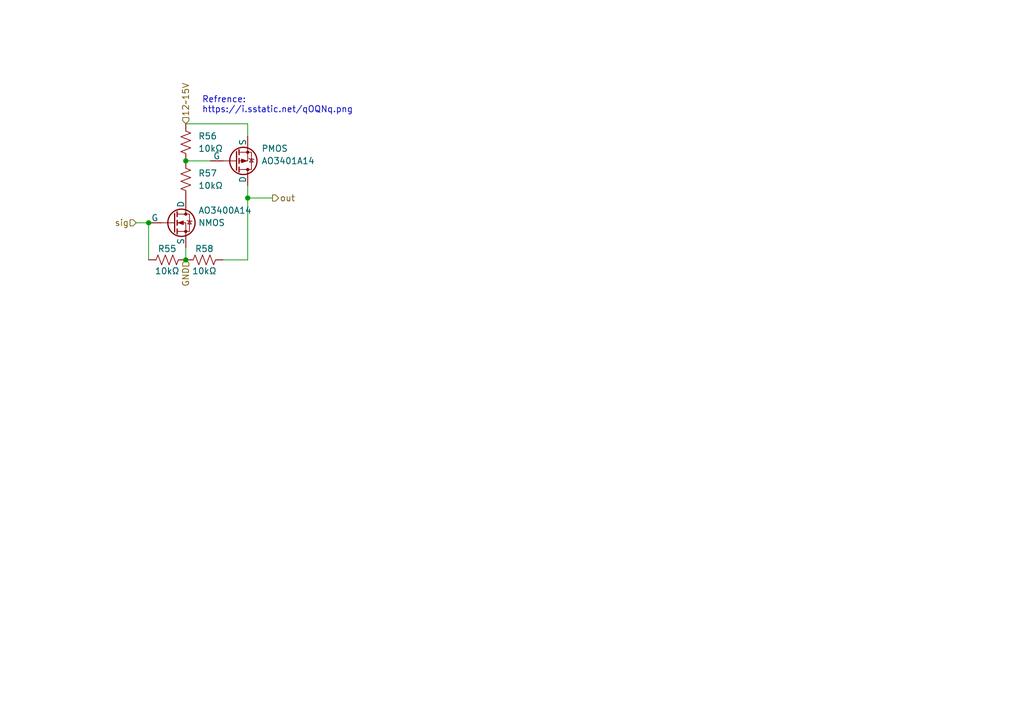
<source format=kicad_sch>
(kicad_sch (version 20250114) (generator "eeschema") (generator_version "9.0")
  (paper "A5")
  (lib_symbols
    (symbol "Device:R_US" (pin_numbers (hide yes)) (pin_names (offset 0))
      (property "Reference" "R" (at 2.54 0 90))
      (property "Value" "R_US" (at -2.54 0 90))
      (symbol "R_US_0_1"
        (polyline (pts (xy 0 2.286) (xy 0 2.54)))
        (polyline (pts (xy 0 2.286) (xy 1.016 1.905) (xy 0 1.524) (xy -1.016 1.143) (xy 0 0.762)))
        (polyline (pts (xy 0 0.762) (xy 1.016 0.381) (xy 0 0) (xy -1.016 -0.381) (xy 0 -0.762)))
        (polyline (pts (xy 0 -0.762) (xy 1.016 -1.143) (xy 0 -1.524) (xy -1.016 -1.905) (xy 0 -2.286)))
        (polyline (pts (xy 0 -2.286) (xy 0 -2.54)))
      )
      (symbol "R_US_1_1"
        (pin passive line (at 0 3.81 270) (length 1.27) (name "~") (number "1"))
        (pin passive line (at 0 -3.81 90) (length 1.27) (name "~") (number "2"))
      )
    )
    (symbol "Simulation_SPICE:NMOS" (pin_numbers (hide yes)) (pin_names (offset 0))
      (property "Reference" "Q" (at 5.08 1.27 0))
      (property "Value" "NMOS" (at 5.08 -1.27 0))
      (symbol "NMOS_0_1"
        (polyline (pts (xy 0.254 1.905) (xy 0.254 -1.905)) (stroke (width 0.254)))
        (polyline (pts (xy 0.254 0) (xy -2.54 0)))
        (polyline (pts (xy 0.762 2.286) (xy 0.762 1.27)) (stroke (width 0.254)))
        (polyline (pts (xy 0.762 0.508) (xy 0.762 -0.508)) (stroke (width 0.254)))
        (polyline (pts (xy 0.762 -1.27) (xy 0.762 -2.286)) (stroke (width 0.254)))
        (polyline (pts (xy 0.762 -1.778) (xy 3.302 -1.778) (xy 3.302 1.778) (xy 0.762 1.778)))
        (polyline (pts (xy 1.016 0) (xy 2.032 0.381) (xy 2.032 -0.381) (xy 1.016 0)) (fill (type outline)))
        (circle (center 1.651 0) (radius 2.794) (stroke (width 0.254)))
        (polyline (pts (xy 2.54 2.54) (xy 2.54 1.778)))
        (circle (center 2.54 1.778) (radius 0.254) (fill (type outline)))
        (circle (center 2.54 -1.778) (radius 0.254) (fill (type outline)))
        (polyline (pts (xy 2.54 -2.54) (xy 2.54 0) (xy 0.762 0)))
        (polyline (pts (xy 2.794 0.508) (xy 2.921 0.381) (xy 3.683 0.381) (xy 3.81 0.254)))
        (polyline (pts (xy 3.302 0.381) (xy 2.921 -0.254) (xy 3.683 -0.254) (xy 3.302 0.381)))
      )
      (symbol "NMOS_1_1"
        (pin input line (at -5.08 0 0) (length 2.54) (name "G") (number "2"))
        (pin passive line (at 2.54 5.08 270) (length 2.54) (name "D") (number "1"))
        (pin passive line (at 2.54 -5.08 90) (length 2.54) (name "S") (number "3"))
      )
    )
    (symbol "Simulation_SPICE:PMOS" (pin_numbers (hide yes)) (pin_names (offset 0))
      (property "Reference" "Q" (at 5.08 1.27 0))
      (property "Value" "PMOS" (at 5.08 -1.27 0))
      (symbol "PMOS_0_1"
        (polyline (pts (xy 0.254 1.905) (xy 0.254 -1.905)) (stroke (width 0.254)))
        (polyline (pts (xy 0.254 0) (xy -2.54 0)))
        (polyline (pts (xy 0.762 2.286) (xy 0.762 1.27)) (stroke (width 0.254)))
        (polyline (pts (xy 0.762 1.778) (xy 3.302 1.778) (xy 3.302 -1.778) (xy 0.762 -1.778)))
        (polyline (pts (xy 0.762 0.508) (xy 0.762 -0.508)) (stroke (width 0.254)))
        (polyline (pts (xy 0.762 -1.27) (xy 0.762 -2.286)) (stroke (width 0.254)))
        (circle (center 1.651 0) (radius 2.794) (stroke (width 0.254)))
        (polyline (pts (xy 2.286 0) (xy 1.27 0.381) (xy 1.27 -0.381) (xy 2.286 0)) (fill (type outline)))
        (polyline (pts (xy 2.54 2.54) (xy 2.54 1.778)))
        (circle (center 2.54 1.778) (radius 0.254) (fill (type outline)))
        (circle (center 2.54 -1.778) (radius 0.254) (fill (type outline)))
        (polyline (pts (xy 2.54 -2.54) (xy 2.54 0) (xy 0.762 0)))
        (polyline (pts (xy 2.794 -0.508) (xy 2.921 -0.381) (xy 3.683 -0.381) (xy 3.81 -0.254)))
        (polyline (pts (xy 3.302 -0.381) (xy 2.921 0.254) (xy 3.683 0.254) (xy 3.302 -0.381)))
      )
      (symbol "PMOS_1_1"
        (pin input line (at -5.08 0 0) (length 2.54) (name "G") (number "2"))
        (pin passive line (at 2.54 5.08 270) (length 2.54) (name "D") (number "1"))
        (pin passive line (at 2.54 -5.08 90) (length 2.54) (name "S") (number "3"))
      )
    )
  )
  (text "Refrence:\nhttps://i.sstatic.net/qOQNq.png" (at 41.402 21.59 0) (effects (font (size 1.27 1.27)) (justify left)))
  (junction (at 38.1 53.34))
  (junction (at 38.1 33.02))
  (junction (at 50.8 40.64))
  (junction (at 30.48 45.72))
  (wire (pts (xy 50.8 25.4) (xy 38.1 25.4)))
  (wire (pts (xy 38.1 53.34) (xy 38.1 50.8)))
  (wire (pts (xy 50.8 27.94) (xy 50.8 25.4)))
  (wire (pts (xy 43.18 33.02) (xy 38.1 33.02)))
  (wire (pts (xy 50.8 40.64) (xy 55.88 40.64)))
  (wire (pts (xy 50.8 38.1) (xy 50.8 40.64)))
  (wire (pts (xy 27.94 45.72) (xy 30.48 45.72)))
  (wire (pts (xy 50.8 53.34) (xy 50.8 40.64)))
  (wire (pts (xy 45.72 53.34) (xy 50.8 53.34)))
  (wire (pts (xy 30.48 45.72) (xy 30.48 53.34)))
  (hierarchical_label "out" (shape output) (at 55.88 40.64 0))
  (hierarchical_label "GND" (shape input) (at 38.1 53.34 270))
  (hierarchical_label "12~15V" (shape input) (at 38.1 25.4 90))
  (hierarchical_label "sig" (shape input) (at 27.94 45.72 180))
  (symbol (lib_id "Simulation_SPICE:PMOS") (at 48.26 33.02 0) (mirror x) (unit 1)
    (property "Reference" "AO3401A1" (at 53.594 33.02 0) (effects (justify left)))
    (property "Value" "PMOS" (at 53.594 30.48 0) (effects (justify left)))
    (property "Datasheet" "https://ngspice.sourceforge.io/docs/ngspice-html-manual/manual.xhtml#cha_MOSFETs" (effects (hide yes)))
    (property "Description" "P-MOSFET transistor, drain/source/gate" (effects (hide yes)))
    (property "Sim.Device" "PMOS" (effects (hide yes)))
    (property "Sim.Type" "VDMOS" (effects (hide yes)))
    (property "Sim.Pins" "1=D 2=G 3=S" (effects (hide yes)))
    (property "JLCPCB Part #" "C15127 " (effects (hide yes)))
    (instances (project "DigitalWiFiClock" (path "" (reference "AO3401A14") (unit 1)) (path "" (reference "AO3401A9") (unit 1)) (path "" (reference "AO3401A13") (unit 1)) (path "" (reference "AO3401A15") (unit 1)) (path "" (reference "AO3401A11") (unit 1)) (path "" (reference "AO3401A16") (unit 1)) (path "" (reference "AO3401A12") (unit 1)) (path "" (reference "AO3401A10") (unit 1)) (path "" (reference "AO3401A7") (unit 1)) (path "" (reference "AO3401A1") (unit 1)) (path "" (reference "AO3401A4") (unit 1)) (path "" (reference "AO3401A5") (unit 1)) (path "" (reference "AO3401A2") (unit 1)) (path "" (reference "AO3401A8") (unit 1)) (path "" (reference "AO3401A6") (unit 1)) (path "" (reference "AO3401A3") (unit 1))))
  )
  (symbol (lib_id "Simulation_SPICE:NMOS") (at 35.56 45.72 0) (unit 1)
    (property "Reference" "AO3400A1" (at 40.64 43.18 0) (effects (justify left)))
    (property "Value" "NMOS" (at 40.64 45.72 0) (effects (justify left)))
    (property "Datasheet" "https://ngspice.sourceforge.io/docs/ngspice-html-manual/manual.xhtml#cha_MOSFETs" (effects (hide yes)))
    (property "Description" "N-MOSFET transistor, drain/source/gate" (effects (hide yes)))
    (property "Sim.Device" "NMOS" (effects (hide yes)))
    (property "Sim.Type" "VDMOS" (effects (hide yes)))
    (property "Sim.Pins" "1=D 2=G 3=S" (effects (hide yes)))
    (property "JLCPCB Part #" "C20917" (effects (hide yes)))
    (instances (project "DigitalWiFiClock" (path "" (reference "AO3400A14") (unit 1)) (path "" (reference "AO3400A9") (unit 1)) (path "" (reference "AO3400A13") (unit 1)) (path "" (reference "AO3400A15") (unit 1)) (path "" (reference "AO3400A11") (unit 1)) (path "" (reference "AO3400A16") (unit 1)) (path "" (reference "AO3400A12") (unit 1)) (path "" (reference "AO3400A10") (unit 1)) (path "" (reference "AO3400A7") (unit 1)) (path "" (reference "AO3400A1") (unit 1)) (path "" (reference "AO3400A4") (unit 1)) (path "" (reference "AO3400A5") (unit 1)) (path "" (reference "AO3400A2") (unit 1)) (path "" (reference "AO3400A8") (unit 1)) (path "" (reference "AO3400A6") (unit 1)) (path "" (reference "AO3400A3") (unit 1))))
  )
  (symbol (lib_id "Device:R_US") (at 38.1 29.21 0) (unit 1)
    (property "Reference" "R6" (at 40.64 27.9399 0) (effects (justify left)))
    (property "Value" "10kΩ" (at 40.64 30.4799 0) (effects (justify left)))
    (property "Description" "Resistor, US symbol" (effects (hide yes)))
    (property "JLCPCB Part #" "C25744" (effects (hide yes)))
    (instances (project "DigitalWiFiClock" (path "" (reference "R56") (unit 1)) (path "" (reference "R36") (unit 1)) (path "" (reference "R52") (unit 1)) (path "" (reference "R60") (unit 1)) (path "" (reference "R44") (unit 1)) (path "" (reference "R64") (unit 1)) (path "" (reference "R48") (unit 1)) (path "" (reference "R40") (unit 1)) (path "" (reference "R28") (unit 1)) (path "" (reference "R6") (unit 1)) (path "" (reference "R16") (unit 1)) (path "" (reference "R20") (unit 1)) (path "" (reference "R4") (unit 1)) (path "" (reference "R32") (unit 1)) (path "" (reference "R24") (unit 1)) (path "" (reference "R12") (unit 1))))
  )
  (symbol (lib_id "Device:R_US") (at 38.1 36.83 0) (unit 1)
    (property "Reference" "R7" (at 40.64 35.5599 0) (effects (justify left)))
    (property "Value" "10kΩ" (at 40.64 38.0999 0) (effects (justify left)))
    (property "Description" "Resistor, US symbol" (effects (hide yes)))
    (property "JLCPCB Part #" "C25744" (effects (hide yes)))
    (instances (project "DigitalWiFiClock" (path "" (reference "R57") (unit 1)) (path "" (reference "R37") (unit 1)) (path "" (reference "R53") (unit 1)) (path "" (reference "R61") (unit 1)) (path "" (reference "R45") (unit 1)) (path "" (reference "R65") (unit 1)) (path "" (reference "R49") (unit 1)) (path "" (reference "R41") (unit 1)) (path "" (reference "R29") (unit 1)) (path "" (reference "R7") (unit 1)) (path "" (reference "R17") (unit 1)) (path "" (reference "R21") (unit 1)) (path "" (reference "R9") (unit 1)) (path "" (reference "R33") (unit 1)) (path "" (reference "R25") (unit 1)) (path "" (reference "R13") (unit 1))))
  )
  (symbol (lib_id "Device:R_US") (at 34.29 53.34 90) (unit 1)
    (property "Reference" "R5" (at 34.29 51.054 90))
    (property "Value" "10kΩ" (at 34.29 55.626 90))
    (property "Description" "Resistor, US symbol" (effects (hide yes)))
    (property "JLCPCB Part #" "C25744" (effects (hide yes)))
    (instances (project "DigitalWiFiClock" (path "" (reference "R55") (unit 1)) (path "" (reference "R35") (unit 1)) (path "" (reference "R51") (unit 1)) (path "" (reference "R59") (unit 1)) (path "" (reference "R43") (unit 1)) (path "" (reference "R63") (unit 1)) (path "" (reference "R47") (unit 1)) (path "" (reference "R39") (unit 1)) (path "" (reference "R27") (unit 1)) (path "" (reference "R5") (unit 1)) (path "" (reference "R15") (unit 1)) (path "" (reference "R19") (unit 1)) (path "" (reference "R3") (unit 1)) (path "" (reference "R31") (unit 1)) (path "" (reference "R23") (unit 1)) (path "" (reference "R11") (unit 1))))
  )
  (symbol (lib_id "Device:R_US") (at 41.91 53.34 90) (unit 1)
    (property "Reference" "R8" (at 41.91 51.054 90))
    (property "Value" "10kΩ" (at 41.91 55.626 90))
    (property "Description" "Resistor, US symbol" (effects (hide yes)))
    (property "JLCPCB Part #" "C25744" (effects (hide yes)))
    (instances (project "DigitalWiFiClock" (path "" (reference "R58") (unit 1)) (path "" (reference "R38") (unit 1)) (path "" (reference "R54") (unit 1)) (path "" (reference "R62") (unit 1)) (path "" (reference "R46") (unit 1)) (path "" (reference "R66") (unit 1)) (path "" (reference "R50") (unit 1)) (path "" (reference "R42") (unit 1)) (path "" (reference "R30") (unit 1)) (path "" (reference "R8") (unit 1)) (path "" (reference "R18") (unit 1)) (path "" (reference "R22") (unit 1)) (path "" (reference "R10") (unit 1)) (path "" (reference "R34") (unit 1)) (path "" (reference "R26") (unit 1)) (path "" (reference "R14") (unit 1))))
  )
)
</source>
